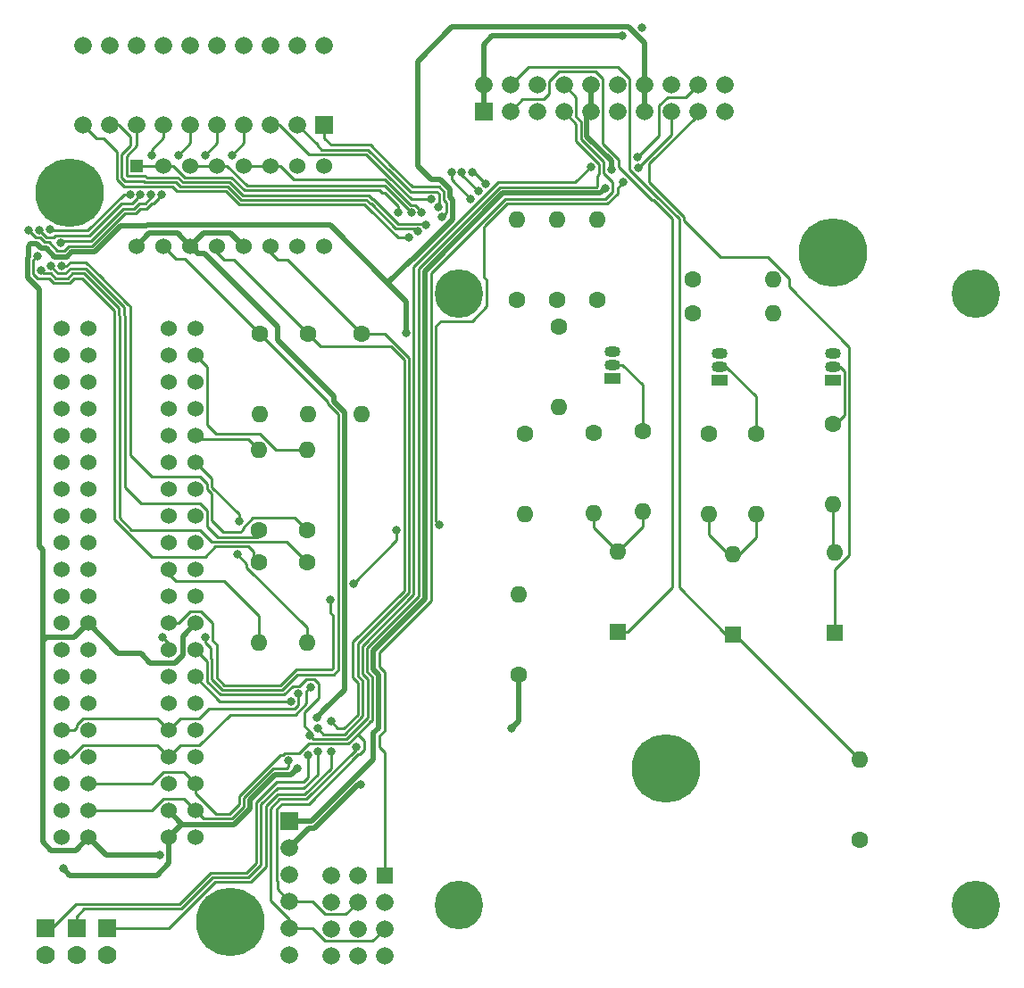
<source format=gtl>
G04 #@! TF.GenerationSoftware,KiCad,Pcbnew,(5.1.10-1-10_14)*
G04 #@! TF.CreationDate,2022-06-09T22:45:46-07:00*
G04 #@! TF.ProjectId,Control_Boards,436f6e74-726f-46c5-9f42-6f617264732e,rev?*
G04 #@! TF.SameCoordinates,Original*
G04 #@! TF.FileFunction,Copper,L1,Top*
G04 #@! TF.FilePolarity,Positive*
%FSLAX46Y46*%
G04 Gerber Fmt 4.6, Leading zero omitted, Abs format (unit mm)*
G04 Created by KiCad (PCBNEW (5.1.10-1-10_14)) date 2022-06-09 22:45:46*
%MOMM*%
%LPD*%
G01*
G04 APERTURE LIST*
G04 #@! TA.AperFunction,ComponentPad*
%ADD10R,1.670000X1.670000*%
G04 #@! TD*
G04 #@! TA.AperFunction,ComponentPad*
%ADD11C,1.670000*%
G04 #@! TD*
G04 #@! TA.AperFunction,ComponentPad*
%ADD12O,1.600000X1.600000*%
G04 #@! TD*
G04 #@! TA.AperFunction,ComponentPad*
%ADD13C,1.600000*%
G04 #@! TD*
G04 #@! TA.AperFunction,WasherPad*
%ADD14C,6.500000*%
G04 #@! TD*
G04 #@! TA.AperFunction,WasherPad*
%ADD15C,4.600000*%
G04 #@! TD*
G04 #@! TA.AperFunction,ComponentPad*
%ADD16C,1.524000*%
G04 #@! TD*
G04 #@! TA.AperFunction,ComponentPad*
%ADD17R,1.600000X1.600000*%
G04 #@! TD*
G04 #@! TA.AperFunction,ComponentPad*
%ADD18R,1.300000X1.300000*%
G04 #@! TD*
G04 #@! TA.AperFunction,ComponentPad*
%ADD19R,1.778000X1.778000*%
G04 #@! TD*
G04 #@! TA.AperFunction,ComponentPad*
%ADD20C,1.778000*%
G04 #@! TD*
G04 #@! TA.AperFunction,ComponentPad*
%ADD21R,1.524000X1.524000*%
G04 #@! TD*
G04 #@! TA.AperFunction,ComponentPad*
%ADD22R,1.500000X1.050000*%
G04 #@! TD*
G04 #@! TA.AperFunction,ComponentPad*
%ADD23O,1.500000X1.050000*%
G04 #@! TD*
G04 #@! TA.AperFunction,ViaPad*
%ADD24C,0.800000*%
G04 #@! TD*
G04 #@! TA.AperFunction,Conductor*
%ADD25C,0.500000*%
G04 #@! TD*
G04 #@! TA.AperFunction,Conductor*
%ADD26C,0.250000*%
G04 #@! TD*
G04 APERTURE END LIST*
D10*
X104140000Y-56388000D03*
D11*
X104140000Y-53848000D03*
X106680000Y-56388000D03*
X106680000Y-53848000D03*
X109220000Y-56388000D03*
X109220000Y-53848000D03*
X111760000Y-56388000D03*
X111760000Y-53848000D03*
X114300000Y-56388000D03*
X114300000Y-53848000D03*
X116840000Y-56388000D03*
X116840000Y-53848000D03*
X119380000Y-56388000D03*
X119380000Y-53848000D03*
X121920000Y-56388000D03*
X121920000Y-53848000D03*
X124460000Y-56388000D03*
X124460000Y-53848000D03*
X127000000Y-56388000D03*
X127000000Y-53848000D03*
D12*
X82804000Y-88455500D03*
D13*
X82804000Y-96075500D03*
D12*
X87376000Y-106743500D03*
D13*
X87376000Y-99123500D03*
D12*
X87376000Y-88455500D03*
D13*
X87376000Y-96075500D03*
D12*
X82804000Y-106743500D03*
D13*
X82804000Y-99123500D03*
D12*
X131572000Y-72326500D03*
D13*
X123952000Y-72326500D03*
D12*
X131572000Y-75501500D03*
D13*
X123952000Y-75501500D03*
D12*
X111252000Y-84391500D03*
D13*
X111252000Y-76771500D03*
D11*
X85725000Y-136398000D03*
X85725000Y-133858000D03*
X85725000Y-131318000D03*
X85725000Y-128778000D03*
X85725000Y-126238000D03*
D10*
X85725000Y-123698000D03*
D14*
X64897000Y-64071500D03*
X137287000Y-69786500D03*
X121412000Y-118681500D03*
X80137000Y-133286500D03*
D11*
X66167000Y-50158000D03*
X68707000Y-50158000D03*
X71247000Y-50158000D03*
X73787000Y-50158000D03*
X76327000Y-50158000D03*
X78867000Y-50158000D03*
X81407000Y-50158000D03*
X83947000Y-50158000D03*
X86487000Y-50158000D03*
X89027000Y-50158000D03*
X66167000Y-57658000D03*
X68707000Y-57658000D03*
X71247000Y-57658000D03*
X73787000Y-57658000D03*
X76327000Y-57658000D03*
X78867000Y-57658000D03*
X81407000Y-57658000D03*
X83947000Y-57658000D03*
X86487000Y-57658000D03*
D10*
X89027000Y-57658000D03*
D15*
X150805000Y-73628000D03*
X101805000Y-73628000D03*
X101805000Y-131628000D03*
X150805000Y-131628000D03*
D16*
X76835000Y-125247400D03*
X74295000Y-125247400D03*
X76835000Y-122707400D03*
X74295000Y-122707400D03*
X76835000Y-120167400D03*
X74295000Y-120167400D03*
X76835000Y-117627400D03*
X74295000Y-117627400D03*
X76835000Y-115087400D03*
X74295000Y-115087400D03*
X76835000Y-112547400D03*
X74295000Y-112547400D03*
X76835000Y-110007400D03*
X74295000Y-110007400D03*
X76835000Y-107467400D03*
X74295000Y-107467400D03*
X76835000Y-104927400D03*
X74295000Y-104927400D03*
X76835000Y-102387400D03*
X74295000Y-102387400D03*
X76835000Y-99847400D03*
X74295000Y-99847400D03*
X76835000Y-97307400D03*
X74295000Y-97307400D03*
X76835000Y-94767400D03*
X74295000Y-94767400D03*
X76835000Y-92227400D03*
X74295000Y-92227400D03*
X76835000Y-89687400D03*
X74295000Y-89687400D03*
X76835000Y-87147400D03*
X74295000Y-87147400D03*
X76835000Y-84607400D03*
X74295000Y-84607400D03*
X76835000Y-82067400D03*
X74295000Y-82067400D03*
X76835000Y-79527400D03*
X74295000Y-79527400D03*
X76835000Y-76987400D03*
X74295000Y-76987400D03*
X66675000Y-125247400D03*
X64135000Y-125247400D03*
X66675000Y-122707400D03*
X64135000Y-122707400D03*
X66675000Y-120167400D03*
X64135000Y-120167400D03*
X66675000Y-117627400D03*
X64135000Y-117627400D03*
X66675000Y-115087400D03*
X64135000Y-115087400D03*
X66675000Y-112547400D03*
X64135000Y-112547400D03*
X66675000Y-110007400D03*
X64135000Y-110007400D03*
X66675000Y-107467400D03*
X64135000Y-107467400D03*
X66675000Y-104927400D03*
X64135000Y-104927400D03*
X66675000Y-102387400D03*
X64135000Y-102387400D03*
X66675000Y-99847400D03*
X64135000Y-99847400D03*
X66675000Y-97307400D03*
X64135000Y-97307400D03*
X66675000Y-94767400D03*
X64135000Y-94767400D03*
X66675000Y-92227400D03*
X64135000Y-92227400D03*
X66675000Y-89687400D03*
X64135000Y-89687400D03*
X66675000Y-87147400D03*
X64135000Y-87147400D03*
X66675000Y-84607400D03*
X64135000Y-84607400D03*
X66675000Y-82067400D03*
X64135000Y-82067400D03*
X66675000Y-79527400D03*
X64135000Y-79527400D03*
X66675000Y-76987400D03*
X64135000Y-76987400D03*
D12*
X137414000Y-98193826D03*
D17*
X137414000Y-105813826D03*
D12*
X116864499Y-98112817D03*
D17*
X116864499Y-105732817D03*
D12*
X127762000Y-98361500D03*
D17*
X127762000Y-105981500D03*
D16*
X89027000Y-69151500D03*
X89027000Y-61531500D03*
X86487000Y-69151500D03*
X86487000Y-61531500D03*
X83947000Y-69151500D03*
X83947000Y-61531500D03*
X81407000Y-69151500D03*
X81407000Y-61531500D03*
X78867000Y-69151500D03*
X78867000Y-61531500D03*
X76327000Y-69151500D03*
X76327000Y-61531500D03*
X73787000Y-69151500D03*
X73787000Y-61531500D03*
X71247000Y-69151500D03*
D18*
X71247000Y-61531500D03*
D19*
X62611000Y-133858000D03*
D20*
X62611000Y-136398000D03*
D19*
X65534999Y-133875401D03*
D20*
X65534999Y-136415401D03*
D19*
X68453000Y-133858000D03*
D20*
X68453000Y-136398000D03*
D11*
X89662000Y-136461500D03*
X92202000Y-136461500D03*
X94742000Y-136461500D03*
X89662000Y-133921500D03*
X92202000Y-133921500D03*
X94742000Y-133921500D03*
X89662000Y-131381500D03*
X92202000Y-131381500D03*
X94742000Y-131381500D03*
X89662000Y-128841500D03*
D21*
X94742000Y-128841500D03*
D11*
X92202000Y-128841500D03*
D22*
X137287000Y-81851500D03*
D23*
X137287000Y-79311500D03*
X137287000Y-80581500D03*
D22*
X116331099Y-81679017D03*
D23*
X116331099Y-79139017D03*
X116331099Y-80409017D03*
D22*
X126539084Y-81851500D03*
D23*
X126539084Y-79311500D03*
X126539084Y-80581500D03*
D12*
X108077000Y-94551500D03*
D13*
X108077000Y-86931500D03*
D12*
X139827000Y-117856000D03*
D13*
X139827000Y-125476000D03*
D12*
X82931000Y-85090000D03*
D13*
X82931000Y-77470000D03*
D12*
X87503000Y-85090000D03*
D13*
X87503000Y-77470000D03*
D12*
X92583000Y-85090000D03*
D13*
X92583000Y-77470000D03*
D12*
X137312400Y-93672626D03*
D13*
X137312400Y-86052626D03*
D12*
X119226699Y-94353617D03*
D13*
X119226699Y-86733617D03*
D12*
X129968084Y-94591750D03*
D13*
X129968084Y-86971750D03*
D12*
X107315000Y-66611500D03*
D13*
X107315000Y-74231500D03*
D12*
X111125000Y-66611500D03*
D13*
X111125000Y-74231500D03*
D12*
X114935000Y-66611500D03*
D13*
X114935000Y-74231500D03*
D12*
X114578499Y-94506017D03*
D13*
X114578499Y-86886017D03*
D12*
X125472284Y-94617150D03*
D13*
X125472284Y-86997150D03*
D12*
X107442000Y-102171500D03*
D13*
X107442000Y-109791500D03*
D24*
X64262000Y-128206500D03*
X92485541Y-120235041D03*
X86487000Y-118681500D03*
X106807000Y-114871500D03*
X88336686Y-113868933D03*
X73445000Y-126936500D03*
X96801980Y-77406499D03*
X98282003Y-65976500D03*
X103092006Y-62166500D03*
X104354672Y-63235740D03*
X97282000Y-65976500D03*
X117286709Y-49237000D03*
X119123791Y-48452709D03*
X102092003Y-62166500D03*
X103647564Y-63942849D03*
X96012000Y-65976500D03*
X101092000Y-62166500D03*
X102940456Y-64649956D03*
X88392000Y-114871500D03*
X88422897Y-117082400D03*
X89662000Y-117082400D03*
X89662000Y-114236500D03*
X73660000Y-106235500D03*
X77724000Y-106235500D03*
X86559108Y-111606500D03*
X92076143Y-116650643D03*
X85637000Y-117974392D03*
X87757000Y-110971500D03*
X87501554Y-117471155D03*
X87684885Y-115578615D03*
X114323953Y-61628259D03*
X118725001Y-60716185D03*
X85852000Y-112331500D03*
X115666799Y-63678820D03*
X116257223Y-61861285D03*
X98685916Y-67135149D03*
X97917000Y-67774502D03*
X97101098Y-68352713D03*
X99894108Y-65413608D03*
X100222975Y-66377475D03*
X99187000Y-64706500D03*
X99904999Y-95567500D03*
X95901961Y-96075500D03*
X91782000Y-101155500D03*
X89631990Y-102679500D03*
X117402194Y-63119000D03*
X118808500Y-61712694D03*
X80772000Y-98375511D03*
X80950846Y-95238346D03*
X80264000Y-60515500D03*
X73624643Y-64256171D03*
X61002000Y-67627500D03*
X61810000Y-70122363D03*
X77724000Y-60515500D03*
X72611989Y-64243520D03*
X64058534Y-68860500D03*
X64117809Y-71024490D03*
X75184000Y-60515500D03*
X71611988Y-64243519D03*
X62014654Y-67614849D03*
X62180063Y-71484237D03*
X72644000Y-60515500D03*
X70611985Y-64243519D03*
X63033738Y-67608627D03*
X63117806Y-71024490D03*
D25*
X85725000Y-126238000D02*
X85725000Y-126235082D01*
X75507001Y-124035399D02*
X74295000Y-125247400D01*
X80498101Y-124035399D02*
X75507001Y-124035399D01*
X75507001Y-123919401D02*
X74295000Y-122707400D01*
X75507001Y-124035399D02*
X75507001Y-123919401D01*
X64262000Y-128206500D02*
X64897000Y-128841500D01*
X64897000Y-128841500D02*
X73152000Y-128841500D01*
X74295000Y-127698500D02*
X74295000Y-125247400D01*
X73152000Y-128841500D02*
X74295000Y-127698500D01*
X88110453Y-124398010D02*
X89027000Y-123481462D01*
X87564990Y-124398010D02*
X88110453Y-124398010D01*
X85725000Y-126238000D02*
X87564990Y-124398010D01*
X92273421Y-120235041D02*
X92485541Y-120235041D01*
X89027000Y-123481462D02*
X92273421Y-120235041D01*
X86487000Y-118681500D02*
X85852000Y-119316500D01*
X84399584Y-119316500D02*
X82021965Y-121694119D01*
X85852000Y-119316500D02*
X84399584Y-119316500D01*
X82021965Y-122511535D02*
X80498101Y-124035399D01*
X82021965Y-121694119D02*
X82021965Y-122511535D01*
X107442000Y-114236500D02*
X107442000Y-109791500D01*
X106807000Y-114871500D02*
X107442000Y-114236500D01*
X71520899Y-69425399D02*
X71247000Y-69151500D01*
X75114999Y-67939499D02*
X76327000Y-69151500D01*
X72459001Y-67939499D02*
X75114999Y-67939499D01*
X71247000Y-69151500D02*
X72459001Y-67939499D01*
X80137000Y-67881500D02*
X81407000Y-69151500D01*
X77597000Y-67881500D02*
X80137000Y-67881500D01*
X76327000Y-69151500D02*
X77597000Y-67881500D01*
X89057011Y-113148608D02*
X88336686Y-113868933D01*
X90932000Y-111273619D02*
X89057011Y-113148608D01*
X89916000Y-83883500D02*
X90932000Y-84899500D01*
X89916000Y-83375500D02*
X89916000Y-83883500D01*
X90932000Y-84899500D02*
X90932000Y-111273619D01*
X84582000Y-78041500D02*
X89916000Y-83375500D01*
X76962000Y-69786500D02*
X76962000Y-69851510D01*
X76962000Y-69851510D02*
X77662010Y-69851510D01*
X76327000Y-69151500D02*
X76962000Y-69786500D01*
X77662010Y-69851510D02*
X84582000Y-76771500D01*
X84582000Y-76771500D02*
X84582000Y-78041500D01*
D26*
X125472284Y-96547550D02*
X127351884Y-98427150D01*
X125472284Y-94617150D02*
X125472284Y-96547550D01*
X128397000Y-98361500D02*
X127762000Y-98361500D01*
X129968084Y-96790416D02*
X128397000Y-98361500D01*
X129968084Y-94591750D02*
X129968084Y-96790416D01*
D25*
X68364100Y-126936500D02*
X66675000Y-125247400D01*
X73445000Y-126936500D02*
X68364100Y-126936500D01*
X65462999Y-126459401D02*
X63149901Y-126459401D01*
X66675000Y-125247400D02*
X65462999Y-126459401D01*
X63149901Y-126459401D02*
X62357000Y-125666500D01*
X62357000Y-125666500D02*
X62357000Y-107451638D01*
X96801980Y-74386480D02*
X96801980Y-77406499D01*
X95059500Y-72644000D02*
X96801980Y-74386480D01*
X65347001Y-106255399D02*
X62718101Y-106255399D01*
X66675000Y-104927400D02*
X65347001Y-106255399D01*
X62718101Y-106255399D02*
X62357000Y-106616500D01*
X62357000Y-107451638D02*
X62357000Y-106616500D01*
X66675000Y-104927400D02*
X69507100Y-107759500D01*
X75622999Y-107933163D02*
X75622999Y-106139401D01*
X75622999Y-106139401D02*
X76835000Y-104927400D01*
X74876761Y-108679401D02*
X75622999Y-107933163D01*
X72547901Y-108679401D02*
X74876761Y-108679401D01*
X71628000Y-107759500D02*
X72547901Y-108679401D01*
X69507100Y-107759500D02*
X71628000Y-107759500D01*
X61739360Y-68914860D02*
X61196640Y-68914860D01*
X62183147Y-69358647D02*
X61739360Y-68914860D01*
X89596990Y-67181490D02*
X72227047Y-67181490D01*
X65078712Y-69726510D02*
X64637722Y-70167500D01*
X63479346Y-70167500D02*
X62670493Y-69358647D01*
X62670493Y-69358647D02*
X62183147Y-69358647D01*
X64637722Y-70167500D02*
X63479346Y-70167500D01*
X67255408Y-69726510D02*
X65078712Y-69726510D01*
X69735418Y-67246500D02*
X67255408Y-69726510D01*
X61196640Y-68914860D02*
X60960000Y-69151500D01*
X72227047Y-67181490D02*
X72162037Y-67246500D01*
X72162037Y-67246500D02*
X69735418Y-67246500D01*
X95059500Y-72644000D02*
X89596990Y-67181490D01*
X60880052Y-70239125D02*
X60880052Y-72119552D01*
X60960000Y-70159177D02*
X60880052Y-70239125D01*
X60960000Y-69151500D02*
X60960000Y-70159177D01*
X60880052Y-72119552D02*
X61976000Y-73215500D01*
X62357000Y-97980500D02*
X62357000Y-106616500D01*
X61976000Y-97599500D02*
X62357000Y-97980500D01*
X61976000Y-73215500D02*
X61976000Y-97599500D01*
D26*
X114578499Y-95826817D02*
X116864499Y-98112817D01*
X114578499Y-94506017D02*
X114578499Y-95826817D01*
X119226699Y-95750617D02*
X116864499Y-98112817D01*
X119226699Y-94353617D02*
X119226699Y-95750617D01*
X81407000Y-61531500D02*
X83947000Y-61531500D01*
X84878238Y-61531500D02*
X86148238Y-62801500D01*
X83947000Y-61531500D02*
X84878238Y-61531500D01*
X86148238Y-62801500D02*
X94742000Y-62801500D01*
X94926990Y-62986490D02*
X94928401Y-62986491D01*
X94742000Y-62801500D02*
X94926990Y-62986490D01*
X98007001Y-65701498D02*
X98282003Y-65976500D01*
X98007001Y-65628499D02*
X98007001Y-65701498D01*
X97630001Y-65251499D02*
X98007001Y-65628499D01*
X97193409Y-65251499D02*
X97630001Y-65251499D01*
X94928401Y-62986491D02*
X97193409Y-65251499D01*
X103285432Y-62166500D02*
X104354672Y-63235740D01*
X103092006Y-62166500D02*
X103285432Y-62166500D01*
X76327000Y-61531500D02*
X78867000Y-61531500D01*
X79798238Y-61531500D02*
X81703238Y-63436500D01*
X78867000Y-61531500D02*
X79798238Y-61531500D01*
X81703238Y-63436500D02*
X94742000Y-63436500D01*
X94742000Y-63436500D02*
X97282000Y-65976500D01*
X103632000Y-56515000D02*
X103505000Y-56388000D01*
D25*
X104140000Y-56388000D02*
X104140000Y-53848000D01*
X104140000Y-53848000D02*
X104140000Y-50039510D01*
X104942510Y-49237000D02*
X117286709Y-49237000D01*
X104140000Y-50039510D02*
X104942510Y-49237000D01*
X119380000Y-49911000D02*
X119380000Y-53848000D01*
X117856000Y-48387000D02*
X119380000Y-49911000D01*
X99187000Y-62801500D02*
X97917000Y-61531500D01*
X101194119Y-64808619D02*
X100937021Y-64551521D01*
X100001596Y-62801500D02*
X99187000Y-62801500D01*
X101155500Y-48387000D02*
X117856000Y-48387000D01*
X97917000Y-51625500D02*
X101155500Y-48387000D01*
X97381032Y-70421500D02*
X101194119Y-66608413D01*
X100937021Y-63736925D02*
X100001596Y-62801500D01*
X100937021Y-64551521D02*
X100937021Y-63736925D01*
X97917000Y-61531500D02*
X97917000Y-51625500D01*
X95059500Y-72644000D02*
X97282000Y-70421500D01*
X101194119Y-66608413D02*
X101194119Y-64808619D01*
X97282000Y-70421500D02*
X97381032Y-70421500D01*
X119380000Y-53848000D02*
X119380000Y-56388000D01*
D26*
X102092003Y-62387288D02*
X103647564Y-63942849D01*
X102092003Y-62166500D02*
X102092003Y-62387288D01*
X71247000Y-61531500D02*
X73787000Y-61531500D01*
X73787000Y-61531500D02*
X74718238Y-61531500D01*
X96012000Y-65342910D02*
X96012000Y-65976500D01*
X94740590Y-64071500D02*
X96012000Y-65342910D01*
X101092000Y-62166500D02*
X101092000Y-61973193D01*
X101092000Y-62801500D02*
X102940456Y-64649956D01*
X101092000Y-62166500D02*
X101092000Y-62801500D01*
X94488000Y-64071500D02*
X94303010Y-63886510D01*
X94740590Y-64071500D02*
X94488000Y-64071500D01*
X94303010Y-63886510D02*
X81516837Y-63886509D01*
X75805239Y-62618501D02*
X74718238Y-61531500D01*
X80248829Y-62618501D02*
X75805239Y-62618501D01*
X81516837Y-63886509D02*
X80248829Y-62618501D01*
X129968084Y-83420498D02*
X129968084Y-86971750D01*
X127129086Y-80581500D02*
X129968084Y-83420498D01*
X126539084Y-80581500D02*
X127129086Y-80581500D01*
X119226699Y-82304617D02*
X119226699Y-86733617D01*
X117331099Y-80409017D02*
X119226699Y-82304617D01*
X116331099Y-80409017D02*
X117331099Y-80409017D01*
X137287000Y-80581500D02*
X137922000Y-80581500D01*
X137530874Y-86052626D02*
X137312400Y-86052626D01*
X138362001Y-85221499D02*
X137530874Y-86052626D01*
X138362001Y-81066499D02*
X138362001Y-85221499D01*
X137922000Y-80626498D02*
X138362001Y-81066499D01*
X137922000Y-80581500D02*
X137922000Y-80626498D01*
X137312400Y-98092226D02*
X137414000Y-98193826D01*
X137312400Y-93672626D02*
X137312400Y-98092226D01*
X97076971Y-79741471D02*
X94805500Y-77470000D01*
X97076971Y-101382337D02*
X97076971Y-79741471D01*
X94805500Y-77470000D02*
X92583000Y-77470000D01*
X92583000Y-77470000D02*
X85534500Y-70421500D01*
X85534500Y-70421500D02*
X84582000Y-70421500D01*
X83947000Y-69786500D02*
X83947000Y-69151500D01*
X84582000Y-70421500D02*
X83947000Y-69786500D01*
X97076971Y-101382337D02*
X97076971Y-102017337D01*
X92201960Y-109910654D02*
X92691960Y-110400654D01*
X92201961Y-106892349D02*
X92201960Y-109910654D01*
X97076971Y-102017337D02*
X92201961Y-106892349D01*
X92691960Y-110400654D02*
X92691960Y-113736700D01*
X92691960Y-113736700D02*
X90971280Y-115457380D01*
X88977880Y-115457380D02*
X88392000Y-114871500D01*
X90971280Y-115457380D02*
X88977880Y-115457380D01*
X65534999Y-132736401D02*
X65534999Y-133875401D01*
X75479588Y-132016500D02*
X66254900Y-132016500D01*
X66254900Y-132016500D02*
X65534999Y-132736401D01*
X81855600Y-129026490D02*
X78469598Y-129026490D01*
X83046982Y-122118698D02*
X83046981Y-127835109D01*
X83046981Y-127835109D02*
X81855600Y-129026490D01*
X84579180Y-120586500D02*
X83046982Y-122118698D01*
X87117770Y-120586500D02*
X84579180Y-120586500D01*
X78469598Y-129026490D02*
X75479588Y-132016500D01*
X88422897Y-119281373D02*
X87117770Y-120586500D01*
X88422897Y-117082400D02*
X88422897Y-119281373D01*
X87503000Y-77470000D02*
X80454500Y-70421500D01*
X80454500Y-70421500D02*
X79502000Y-70421500D01*
X79502000Y-70421500D02*
X78867000Y-69786500D01*
X78867000Y-69786500D02*
X78867000Y-69151500D01*
X89662000Y-118678680D02*
X89662000Y-117082400D01*
X87173289Y-121167391D02*
X89662000Y-118678680D01*
X84634699Y-121167391D02*
X87173289Y-121167391D01*
X83496991Y-122305099D02*
X84634699Y-121167391D01*
X83496990Y-128021510D02*
X83496991Y-122305099D01*
X82042000Y-129476500D02*
X83496990Y-128021510D01*
X74274498Y-133858000D02*
X78655998Y-129476500D01*
X78655998Y-129476500D02*
X82042000Y-129476500D01*
X68453000Y-133858000D02*
X74274498Y-133858000D01*
X88709500Y-78676500D02*
X87503000Y-77470000D01*
X96626961Y-101830939D02*
X96626961Y-79927871D01*
X91751951Y-110097053D02*
X91751952Y-106705948D01*
X96626961Y-79927871D02*
X95375590Y-78676500D01*
X92202000Y-110547104D02*
X91751951Y-110097053D01*
X95375590Y-78676500D02*
X88709500Y-78676500D01*
X91751952Y-106705948D02*
X96626961Y-101830939D01*
X92202000Y-113590250D02*
X92202000Y-110547104D01*
X90297000Y-114871500D02*
X90920750Y-114871500D01*
X90920750Y-114871500D02*
X92202000Y-113590250D01*
X89662000Y-114236500D02*
X90297000Y-114871500D01*
X74979739Y-70344239D02*
X73787000Y-69151500D01*
X75805239Y-70344239D02*
X74979739Y-70344239D01*
X82931000Y-77470000D02*
X75805239Y-70344239D01*
X89340990Y-83879990D02*
X82931000Y-77470000D01*
X89340990Y-84121676D02*
X89340990Y-83879990D01*
X90356990Y-109350510D02*
X90356990Y-85137676D01*
X86485590Y-109791500D02*
X89916000Y-109791500D01*
X90356990Y-85137676D02*
X89340990Y-84121676D01*
X85030600Y-111246490D02*
X86485590Y-109791500D01*
X79346910Y-111246490D02*
X85030600Y-111246490D01*
X78372011Y-108368001D02*
X78372011Y-110271591D01*
X78232000Y-108227990D02*
X78372011Y-108368001D01*
X89916000Y-109791500D02*
X90356990Y-109350510D01*
X78372011Y-110271591D02*
X79346910Y-111246490D01*
X74295000Y-106870500D02*
X73660000Y-106235500D01*
X74295000Y-107467400D02*
X74295000Y-106870500D01*
X78232000Y-107309185D02*
X78232000Y-108227990D01*
X77724000Y-106801185D02*
X78232000Y-107309185D01*
X77724000Y-106235500D02*
X77724000Y-106801185D01*
X65587999Y-114565639D02*
X66153239Y-114000399D01*
X65587999Y-114815501D02*
X65587999Y-114565639D01*
X65316100Y-115087400D02*
X65587999Y-114815501D01*
X73207999Y-114000399D02*
X74295000Y-115087400D01*
X66153239Y-114000399D02*
X73207999Y-114000399D01*
X64135000Y-115087400D02*
X65316100Y-115087400D01*
X122682000Y-101536500D02*
X127127000Y-105981500D01*
X127127000Y-105981500D02*
X127762000Y-105981500D01*
X127952500Y-105981500D02*
X139827000Y-117856000D01*
X127762000Y-105981500D02*
X127952500Y-105981500D01*
X86577001Y-112679501D02*
X86200001Y-113056501D01*
X86577001Y-111983499D02*
X86577001Y-112679501D01*
X86559108Y-111965606D02*
X86577001Y-111983499D01*
X86559108Y-111606500D02*
X86559108Y-111965606D01*
X77198101Y-114000399D02*
X75382001Y-114000399D01*
X75382001Y-114000399D02*
X74295000Y-115087400D01*
X78141999Y-113056501D02*
X77198101Y-114000399D01*
X86200001Y-113056501D02*
X78141999Y-113056501D01*
X122682000Y-66546590D02*
X120460910Y-64325500D01*
X122682000Y-101536500D02*
X122682000Y-66546590D01*
X108400010Y-52127990D02*
X106680000Y-53848000D01*
X116836792Y-52127990D02*
X108400010Y-52127990D01*
X118000001Y-53291199D02*
X116836792Y-52127990D01*
X118000001Y-61929501D02*
X118000001Y-53291199D01*
X120396000Y-64325500D02*
X118000001Y-61929501D01*
X120460910Y-64325500D02*
X120396000Y-64325500D01*
X93581999Y-135081501D02*
X94742000Y-133921500D01*
X87881698Y-133858000D02*
X89105199Y-135081501D01*
X89105199Y-135081501D02*
X93581999Y-135081501D01*
X85725000Y-133858000D02*
X87881698Y-133858000D01*
X75747999Y-121620399D02*
X76835000Y-122707400D01*
X73773239Y-121620399D02*
X75747999Y-121620399D01*
X72686238Y-122707400D02*
X73773239Y-121620399D01*
X66675000Y-122707400D02*
X72686238Y-122707400D01*
X84821099Y-121617401D02*
X87359689Y-121617401D01*
X83947000Y-131256802D02*
X83947000Y-122491500D01*
X92076143Y-116900947D02*
X92076143Y-116650643D01*
X87359689Y-121617401D02*
X92076143Y-116900947D01*
X83947000Y-122491500D02*
X84821099Y-121617401D01*
X85725000Y-133034802D02*
X83947000Y-131256802D01*
X85725000Y-133858000D02*
X85725000Y-133034802D01*
X77587989Y-123460389D02*
X76835000Y-122707400D01*
X81407000Y-121495898D02*
X81407000Y-122313314D01*
X84161408Y-118741490D02*
X81407000Y-121495898D01*
X84221398Y-118741490D02*
X84161408Y-118741490D01*
X80259925Y-123460389D02*
X77587989Y-123460389D01*
X85637000Y-117974392D02*
X85637000Y-118540077D01*
X84221398Y-118681500D02*
X84221398Y-118741490D01*
X85495577Y-118681500D02*
X84221398Y-118681500D01*
X81407000Y-122313314D02*
X80259925Y-123460389D01*
X85637000Y-118540077D02*
X85495577Y-118681500D01*
X112920001Y-55008001D02*
X111760000Y-53848000D01*
X112920001Y-56911591D02*
X112920001Y-55008001D01*
X113370011Y-59012601D02*
X113370010Y-57361600D01*
X115532222Y-62209286D02*
X115532222Y-61174812D01*
X116391800Y-63068864D02*
X115532222Y-62209286D01*
X116391800Y-64026821D02*
X116391800Y-63068864D01*
X115712121Y-64706500D02*
X116391800Y-64026821D01*
X115532222Y-61174812D02*
X113370011Y-59012601D01*
X99179999Y-102813501D02*
X99179999Y-71698501D01*
X99179999Y-71698501D02*
X106172000Y-64706500D01*
X94251999Y-109061501D02*
X94251999Y-107741501D01*
X94742000Y-109551502D02*
X94251999Y-109061501D01*
X94251999Y-115601499D02*
X94742000Y-115111498D01*
X113370010Y-57361600D02*
X112920001Y-56911591D01*
X94251999Y-107741501D02*
X99179999Y-102813501D01*
X94742000Y-117171502D02*
X94251999Y-116681501D01*
X94742000Y-128841500D02*
X94742000Y-117171502D01*
X106172000Y-64706500D02*
X115712121Y-64706500D01*
X94742000Y-115111498D02*
X94742000Y-109551502D01*
X94251999Y-116681501D02*
X94251999Y-115601499D01*
X89105199Y-132541501D02*
X91041999Y-132541501D01*
X91041999Y-132541501D02*
X92202000Y-131381500D01*
X87881698Y-131318000D02*
X89105199Y-132541501D01*
X85725000Y-131318000D02*
X87881698Y-131318000D01*
X73773239Y-119080399D02*
X75747999Y-119080399D01*
X72686238Y-120167400D02*
X73773239Y-119080399D01*
X75747999Y-119080399D02*
X76835000Y-120167400D01*
X66675000Y-120167400D02*
X72686238Y-120167400D01*
X92801144Y-116105644D02*
X92198490Y-115502990D01*
X92837000Y-116962788D02*
X92837000Y-116141500D01*
X92424144Y-117375644D02*
X92837000Y-116962788D01*
X84564999Y-122509911D02*
X85007499Y-122067411D01*
X85007499Y-122067411D02*
X87546089Y-122067411D01*
X84582000Y-129351802D02*
X84564999Y-129334801D01*
X92837000Y-116141500D02*
X92801144Y-116105644D01*
X87546089Y-122067411D02*
X92237856Y-117375644D01*
X84564999Y-129334801D02*
X84564999Y-122509911D01*
X92237856Y-117375644D02*
X92424144Y-117375644D01*
X84582000Y-130175000D02*
X84582000Y-129351802D01*
X85725000Y-131318000D02*
X84582000Y-130175000D01*
X76835000Y-121094500D02*
X76835000Y-120167400D01*
X85126890Y-117411500D02*
X84854988Y-117411500D01*
X78750879Y-123010379D02*
X76835000Y-121094500D01*
X80073525Y-123010379D02*
X78750879Y-123010379D01*
X80956991Y-122126913D02*
X80073525Y-123010379D01*
X92198490Y-115502990D02*
X91344080Y-116357400D01*
X84854988Y-117411500D02*
X80956991Y-121309497D01*
X85288999Y-117249391D02*
X85126890Y-117411500D01*
X86650316Y-117249391D02*
X85288999Y-117249391D01*
X80956991Y-121309497D02*
X80956991Y-122126913D01*
X87542307Y-116357400D02*
X86650316Y-117249391D01*
X91344080Y-116357400D02*
X87542307Y-116357400D01*
X112920001Y-59199001D02*
X112920001Y-57548001D01*
X115082212Y-61361212D02*
X112920001Y-59199001D01*
X115082212Y-62336788D02*
X115082212Y-61361212D01*
X114941798Y-62477202D02*
X115082212Y-62336788D01*
X114941798Y-63493202D02*
X114941798Y-62477202D01*
X92198490Y-115502990D02*
X93464980Y-114236500D01*
X105695646Y-63556482D02*
X114878518Y-63556482D01*
X97976990Y-71275138D02*
X105695646Y-63556482D01*
X112920001Y-57548001D02*
X111760000Y-56388000D01*
X97976990Y-102390138D02*
X97976990Y-71275138D01*
X93101979Y-109537853D02*
X93101979Y-107265149D01*
X93591980Y-114116520D02*
X93591980Y-110027854D01*
X93472000Y-114236500D02*
X93591980Y-114116520D01*
X93101979Y-107265149D02*
X97976990Y-102390138D01*
X93591980Y-110027854D02*
X93101979Y-109537853D01*
X114878518Y-63556482D02*
X114941798Y-63493202D01*
X93464980Y-114236500D02*
X93472000Y-114236500D01*
X66153239Y-116540399D02*
X73207999Y-116540399D01*
X73207999Y-116540399D02*
X74295000Y-117627400D01*
X65066238Y-117627400D02*
X66153239Y-116540399D01*
X64135000Y-117627400D02*
X65066238Y-117627400D01*
X87357001Y-111371499D02*
X87357001Y-112535911D01*
X87357001Y-112535911D02*
X86291412Y-113601500D01*
X87757000Y-110971500D02*
X87357001Y-111371499D01*
X75382001Y-116540399D02*
X74295000Y-117627400D01*
X77198101Y-116540399D02*
X75382001Y-116540399D01*
X80137000Y-113601500D02*
X77198101Y-116540399D01*
X86291412Y-113601500D02*
X80137000Y-113601500D01*
X107840001Y-55227999D02*
X106680000Y-56388000D01*
X110380001Y-53511197D02*
X110380001Y-54719999D01*
X116864499Y-105732817D02*
X117850683Y-105732817D01*
X116982224Y-61673724D02*
X116982224Y-60998442D01*
X115460001Y-53291199D02*
X114746802Y-52578000D01*
X115460001Y-59476219D02*
X115460001Y-53291199D01*
X109872001Y-55227999D02*
X107840001Y-55227999D01*
X110380001Y-54719999D02*
X109872001Y-55227999D01*
X111313198Y-52578000D02*
X110380001Y-53511197D01*
X122047000Y-101536500D02*
X122047000Y-66548000D01*
X114746802Y-52578000D02*
X111313198Y-52578000D01*
X117850683Y-105732817D02*
X122047000Y-101536500D01*
X116982224Y-60998442D02*
X115460001Y-59476219D01*
X120274510Y-64775510D02*
X120084010Y-64775510D01*
X120084010Y-64775510D02*
X116982224Y-61673724D01*
X122047000Y-66548000D02*
X120274510Y-64775510D01*
X87491980Y-117480729D02*
X87501554Y-117471155D01*
X97526980Y-101568738D02*
X97526981Y-71088737D01*
X97526981Y-71088737D02*
X105509246Y-63106472D01*
X87684885Y-115578615D02*
X87829115Y-115578615D01*
X82596972Y-127648708D02*
X82596973Y-121932297D01*
X82596973Y-121932297D02*
X84577770Y-119951500D01*
X81669200Y-128576480D02*
X82596972Y-127648708D01*
X75293188Y-131566490D02*
X78283198Y-128576480D01*
X87501554Y-119566306D02*
X87501554Y-117471155D01*
X65480908Y-131566490D02*
X75293188Y-131566490D01*
X78283198Y-128576480D02*
X81669200Y-128576480D01*
X87116360Y-119951500D02*
X87501554Y-119566306D01*
X84577770Y-119951500D02*
X87116360Y-119951500D01*
X63189398Y-133858000D02*
X65480908Y-131566490D01*
X62611000Y-133858000D02*
X63189398Y-133858000D01*
X91157680Y-115907390D02*
X88013660Y-115907390D01*
X93141970Y-113923100D02*
X91157680Y-115907390D01*
X92651969Y-109724253D02*
X93141970Y-110214254D01*
X88013660Y-115907390D02*
X87684885Y-115578615D01*
X92651970Y-107078748D02*
X92651969Y-109724253D01*
X97526980Y-102203738D02*
X92651970Y-107078748D01*
X93141970Y-110214254D02*
X93141970Y-113923100D01*
X97526980Y-101536500D02*
X97526980Y-102203738D01*
X87684885Y-115237387D02*
X87122000Y-114674502D01*
X87684885Y-115578615D02*
X87684885Y-115237387D01*
X88105001Y-110246499D02*
X87302001Y-110246499D01*
X88482001Y-110623499D02*
X88105001Y-110246499D01*
X88482001Y-112047321D02*
X88482001Y-110623499D01*
X87122000Y-113407322D02*
X88482001Y-112047321D01*
X87122000Y-114674502D02*
X87122000Y-113407322D01*
X86667001Y-110881499D02*
X86032001Y-110881499D01*
X87302001Y-110246499D02*
X86667001Y-110881499D01*
X86032001Y-110881499D02*
X85217000Y-111696500D01*
X77922001Y-108554401D02*
X76835000Y-107467400D01*
X77922001Y-110457991D02*
X77922001Y-108554401D01*
X79160510Y-111696500D02*
X77922001Y-110457991D01*
X85217000Y-111696500D02*
X79160510Y-111696500D01*
X120759999Y-55831199D02*
X121583197Y-55008001D01*
X120759999Y-58681187D02*
X120759999Y-55831199D01*
X123299999Y-55008001D02*
X124460000Y-53848000D01*
X121583197Y-55008001D02*
X123299999Y-55008001D01*
X118725001Y-60716185D02*
X120759999Y-58681187D01*
X112845740Y-63106472D02*
X114323953Y-61628259D01*
X105509246Y-63106472D02*
X112845740Y-63106472D01*
X79159100Y-112331500D02*
X76835000Y-110007400D01*
X85852000Y-112331500D02*
X79159100Y-112331500D01*
X137414000Y-99858828D02*
X138812011Y-98460817D01*
X138812011Y-98460817D02*
X138812011Y-78741011D01*
X137414000Y-105813826D02*
X137414000Y-99858828D01*
X138812011Y-78741011D02*
X133096000Y-73025000D01*
X133096000Y-72185498D02*
X131141502Y-70231000D01*
X133096000Y-73025000D02*
X133096000Y-72185498D01*
X123132010Y-66744010D02*
X123132009Y-66360189D01*
X126619000Y-70231000D02*
X123132010Y-66744010D01*
X131141502Y-70231000D02*
X126619000Y-70231000D01*
X119824500Y-63052680D02*
X119824500Y-61333104D01*
X123132009Y-66360189D02*
X119824500Y-63052680D01*
X124460000Y-56697604D02*
X124460000Y-56388000D01*
X119824500Y-61333104D02*
X124460000Y-56697604D01*
D25*
X105933824Y-64131490D02*
X115002010Y-64131490D01*
X85725000Y-123698000D02*
X87820500Y-123698000D01*
X98552000Y-71513314D02*
X105933824Y-64131490D01*
X93676989Y-107503325D02*
X98552000Y-102628314D01*
X98552000Y-102628314D02*
X98552000Y-71513314D01*
X93676989Y-109299677D02*
X93676989Y-107503325D01*
X94166990Y-114873322D02*
X94166990Y-109789678D01*
X93676989Y-117841511D02*
X93676989Y-115363323D01*
X87820500Y-123698000D02*
X93676989Y-117841511D01*
X93676989Y-115363323D02*
X94166990Y-114873322D01*
X94166990Y-109789678D02*
X93676989Y-109299677D01*
X114300000Y-53848000D02*
X114300000Y-56388000D01*
X115214129Y-64131490D02*
X115666799Y-63678820D01*
X115002010Y-64131490D02*
X115214129Y-64131490D01*
X113945019Y-58774423D02*
X113945019Y-56742981D01*
X116257223Y-61086627D02*
X113945019Y-58774423D01*
X113945019Y-56742981D02*
X114300000Y-56388000D01*
X116257223Y-61861285D02*
X116257223Y-61086627D01*
D26*
X71247000Y-57658000D02*
X71247000Y-59626500D01*
X71247000Y-59646498D02*
X70271999Y-60621499D01*
X71247000Y-59626500D02*
X71247000Y-59646498D01*
X93668998Y-64706500D02*
X96012000Y-67049502D01*
X98600269Y-67049502D02*
X98685916Y-67135149D01*
X96012000Y-67049502D02*
X98600269Y-67049502D01*
X93599000Y-64706500D02*
X93229019Y-64336519D01*
X93668998Y-64706500D02*
X93599000Y-64706500D01*
X93229019Y-64336519D02*
X81330436Y-64336518D01*
X80062429Y-63068511D02*
X75618838Y-63068510D01*
X81330436Y-64336518D02*
X80062429Y-63068511D01*
X75168829Y-62618501D02*
X72207001Y-62618501D01*
X72207001Y-62618501D02*
X72095001Y-62506501D01*
X75618838Y-63068510D02*
X75168829Y-62618501D01*
X70271999Y-62441501D02*
X70271999Y-60621499D01*
X70336999Y-62506501D02*
X70271999Y-62441501D01*
X72095001Y-62506501D02*
X70336999Y-62506501D01*
X69530198Y-57658000D02*
X68707000Y-57658000D01*
X70612000Y-58739802D02*
X69530198Y-57658000D01*
X70612000Y-59645088D02*
X70612000Y-58739802D01*
X69821989Y-60435099D02*
X70612000Y-59645088D01*
X93412599Y-65156509D02*
X93042618Y-64786528D01*
X81144035Y-64786527D02*
X79876028Y-63518520D01*
X93042618Y-64786528D02*
X81144035Y-64786527D01*
X93482598Y-65156510D02*
X93412599Y-65156509D01*
X95825600Y-67499512D02*
X93482598Y-65156510D01*
X97642010Y-67499512D02*
X95825600Y-67499512D01*
X97917000Y-67774502D02*
X97642010Y-67499512D01*
X79876028Y-63518520D02*
X75432437Y-63518519D01*
X75432437Y-63518519D02*
X74982429Y-63068511D01*
X72020600Y-63068510D02*
X71908601Y-62956511D01*
X74982429Y-63068511D02*
X72020600Y-63068510D01*
X69821989Y-62627901D02*
X69821989Y-60435099D01*
X70150598Y-62956510D02*
X69821989Y-62627901D01*
X71908601Y-62956511D02*
X70150598Y-62956510D01*
X67440542Y-58931542D02*
X66167000Y-57658000D01*
X68072000Y-58931542D02*
X67440542Y-58931542D01*
X70076196Y-63518518D02*
X69371979Y-62814301D01*
X69371979Y-62814301D02*
X69371979Y-60231521D01*
X69371979Y-60231521D02*
X68072000Y-58931542D01*
X97101098Y-68352713D02*
X96042391Y-68352713D01*
X80957634Y-65236536D02*
X79689627Y-63968529D01*
X75081029Y-63968529D02*
X74631020Y-63518520D01*
X79689627Y-63968529D02*
X75081029Y-63968529D01*
X92856217Y-65236537D02*
X80957634Y-65236536D01*
X96042391Y-68352713D02*
X93296196Y-65606518D01*
X93226198Y-65606518D02*
X92856217Y-65236537D01*
X74631020Y-63518520D02*
X70076196Y-63518518D01*
X93296196Y-65606518D02*
X93226198Y-65606518D01*
X86487000Y-57658000D02*
X88392000Y-59563000D01*
X88392000Y-59626500D02*
X88759989Y-59994489D01*
X88759989Y-59994489D02*
X93207810Y-59994490D01*
X88392000Y-59563000D02*
X88392000Y-59626500D01*
X95299792Y-62086472D02*
X95301203Y-62086473D01*
X93207810Y-59994490D02*
X95299792Y-62086472D01*
X97196229Y-63981499D02*
X99731999Y-63981499D01*
X95301203Y-62086473D02*
X97196229Y-63981499D01*
X99912001Y-65395715D02*
X99894108Y-65413608D01*
X99912001Y-64161501D02*
X99912001Y-65395715D01*
X99731999Y-63981499D02*
X99912001Y-64161501D01*
X89027000Y-57658000D02*
X89027000Y-58909480D01*
X89662000Y-59544480D02*
X93394211Y-59544481D01*
X89027000Y-58909480D02*
X89662000Y-59544480D01*
X95486194Y-61636464D02*
X95487604Y-61636464D01*
X93394211Y-59544481D02*
X95486194Y-61636464D01*
X100619109Y-65065607D02*
X100619109Y-65761609D01*
X100362011Y-64808509D02*
X100619109Y-65065607D01*
X99918400Y-63531490D02*
X100362011Y-63975101D01*
X100362011Y-63975101D02*
X100362011Y-64808509D01*
X97382629Y-63531489D02*
X99918400Y-63531490D01*
X95487604Y-61636464D02*
X97382629Y-63531489D01*
X100619109Y-65981341D02*
X100222975Y-66377475D01*
X100619109Y-65761609D02*
X100619109Y-65981341D01*
X95113392Y-62536482D02*
X95114802Y-62536482D01*
X93021409Y-60444499D02*
X95113392Y-62536482D01*
X87556697Y-60444499D02*
X93021409Y-60444499D01*
X84770198Y-57658000D02*
X87556697Y-60444499D01*
X83947000Y-57658000D02*
X84770198Y-57658000D01*
X97284820Y-64706500D02*
X99187000Y-64706500D01*
X95114802Y-62536482D02*
X97284820Y-64706500D01*
X75226238Y-104927400D02*
X76313239Y-103840399D01*
X76313239Y-103840399D02*
X77360899Y-103840399D01*
X74295000Y-104927400D02*
X75226238Y-104927400D01*
X78449001Y-106583501D02*
X78822021Y-106956521D01*
X78449001Y-104928501D02*
X78449001Y-106583501D01*
X77360899Y-103840399D02*
X78449001Y-104928501D01*
X78822021Y-106956521D02*
X78822021Y-110085191D01*
X78822021Y-110085191D02*
X79533310Y-110796480D01*
X86357180Y-109283500D02*
X89787590Y-109283500D01*
X84844200Y-110796480D02*
X86357180Y-109283500D01*
X79533310Y-110796480D02*
X84844200Y-110796480D01*
X89787590Y-109283500D02*
X89906980Y-109164110D01*
X106358400Y-65156510D02*
X104267705Y-67247205D01*
X104140000Y-72077998D02*
X104430001Y-72367999D01*
X104140000Y-67374910D02*
X104140000Y-72077998D01*
X104267705Y-67247205D02*
X104140000Y-67374910D01*
X104430001Y-74888001D02*
X103054502Y-76263500D01*
X104430001Y-72367999D02*
X104430001Y-74888001D01*
X100076000Y-76263500D02*
X99630009Y-76709491D01*
X103054502Y-76263500D02*
X100076000Y-76263500D01*
X99630009Y-95292510D02*
X99904999Y-95567500D01*
X99630009Y-76709491D02*
X99630009Y-95292510D01*
X95901961Y-97035539D02*
X91782000Y-101155500D01*
X95901961Y-96075500D02*
X95901961Y-97035539D01*
X89631990Y-102679500D02*
X89631990Y-103928510D01*
X89906980Y-104203500D02*
X89906980Y-109164110D01*
X89631990Y-103928510D02*
X89906980Y-104203500D01*
X116841810Y-63679384D02*
X117402194Y-63119000D01*
X116841810Y-64213221D02*
X116841810Y-63679384D01*
X115898522Y-65156509D02*
X116841810Y-64213221D01*
X106358400Y-65156510D02*
X115898522Y-65156509D01*
X121920000Y-58601194D02*
X121920000Y-56388000D01*
X118808500Y-61712694D02*
X121920000Y-58601194D01*
X82804000Y-106743500D02*
X82804000Y-104203500D01*
X74295000Y-100266500D02*
X74295000Y-99847400D01*
X74962901Y-100934401D02*
X74295000Y-100266500D01*
X79534901Y-100934401D02*
X74962901Y-100934401D01*
X82804000Y-104203500D02*
X79534901Y-100934401D01*
X81678999Y-99663501D02*
X81678999Y-99282510D01*
X87376000Y-105360502D02*
X81678999Y-99663501D01*
X81678999Y-99282510D02*
X80772000Y-98375511D01*
X87376000Y-106743500D02*
X87376000Y-105360502D01*
X78372011Y-91224411D02*
X76835000Y-89687400D01*
X78372011Y-92023101D02*
X78372011Y-91224411D01*
X80950846Y-94601936D02*
X78372011Y-92023101D01*
X80950846Y-95238346D02*
X80950846Y-94601936D01*
X82804000Y-88455500D02*
X81788000Y-87439500D01*
X77127100Y-87439500D02*
X76835000Y-87147400D01*
X81788000Y-87439500D02*
X77127100Y-87439500D01*
X84469002Y-88455500D02*
X82945002Y-86931500D01*
X87376000Y-88455500D02*
X84469002Y-88455500D01*
X82945002Y-86931500D02*
X78740000Y-86931500D01*
X77922001Y-80614401D02*
X76835000Y-79527400D01*
X77922001Y-86113501D02*
X77922001Y-80614401D01*
X78740000Y-86931500D02*
X77922001Y-86113501D01*
X81407000Y-59372500D02*
X80264000Y-60515500D01*
X81407000Y-57658000D02*
X81407000Y-59372500D01*
X72841011Y-65087500D02*
X72708388Y-65087500D01*
X73336990Y-64591521D02*
X72841011Y-65087500D01*
X73336990Y-64394510D02*
X73336990Y-64591521D01*
X73475329Y-64256171D02*
X73336990Y-64394510D01*
X73624643Y-64256171D02*
X73475329Y-64256171D01*
X72200388Y-65595500D02*
X71605826Y-65595500D01*
X71605826Y-65595500D02*
X71155816Y-66045510D01*
X72708388Y-65087500D02*
X72200388Y-65595500D01*
X70123222Y-66045510D02*
X67017232Y-69151500D01*
X71155816Y-66045510D02*
X70123222Y-66045510D01*
X64840536Y-69151500D02*
X64406535Y-69585501D01*
X64406535Y-69585501D02*
X63710533Y-69585501D01*
X67017232Y-69151500D02*
X64840536Y-69151500D01*
X62908670Y-68783638D02*
X62547032Y-68783637D01*
X63710533Y-69585501D02*
X62908670Y-68783638D01*
X61714350Y-68339850D02*
X61002000Y-67627500D01*
X62103245Y-68339850D02*
X61714350Y-68339850D01*
X62547032Y-68783637D02*
X62103245Y-68339850D01*
X61455062Y-70477301D02*
X61810000Y-70122363D01*
X61455062Y-71832238D02*
X61455062Y-70477301D01*
X62537802Y-72199500D02*
X62528064Y-72209238D01*
X62528064Y-72209238D02*
X61832062Y-72209238D01*
X63364600Y-72649510D02*
X62914590Y-72199500D01*
X64878127Y-72649511D02*
X63364600Y-72649510D01*
X65328138Y-72199500D02*
X64878127Y-72649511D01*
X69088000Y-75247500D02*
X66040000Y-72199500D01*
X72644000Y-98615500D02*
X69088000Y-95059500D01*
X61832062Y-72209238D02*
X61455062Y-71832238D01*
X66040000Y-72199500D02*
X65328138Y-72199500D01*
X82804000Y-99123500D02*
X82296000Y-98615500D01*
X77724000Y-98615500D02*
X72644000Y-98615500D01*
X69088000Y-95059500D02*
X69088000Y-75247500D01*
X78688989Y-97650511D02*
X77724000Y-98615500D01*
X62914590Y-72199500D02*
X62537802Y-72199500D01*
X81839011Y-97650511D02*
X78688989Y-97650511D01*
X82296000Y-98615500D02*
X82296000Y-98107500D01*
X82296000Y-98107500D02*
X81839011Y-97650511D01*
X78867000Y-59372500D02*
X77724000Y-60515500D01*
X78867000Y-57658000D02*
X78867000Y-59372500D01*
X87376000Y-96075500D02*
X86250999Y-94950499D01*
X77922001Y-91705639D02*
X77211862Y-90995500D01*
X77922001Y-92209501D02*
X77922001Y-91705639D01*
X86250999Y-94950499D02*
X82263999Y-94950499D01*
X82263999Y-94950499D02*
X81280000Y-95934498D01*
X81280000Y-96075500D02*
X81055019Y-96300481D01*
X81280000Y-95934498D02*
X81280000Y-96075500D01*
X78372011Y-92659511D02*
X77922001Y-92209501D01*
X78372011Y-95199511D02*
X78372011Y-92659511D01*
X79472981Y-96300481D02*
X78372011Y-95199511D01*
X81055019Y-96300481D02*
X79472981Y-96300481D01*
X77211862Y-90995500D02*
X72644000Y-90995500D01*
X72644000Y-90995500D02*
X71628000Y-89979500D01*
X71628000Y-89979500D02*
X70612000Y-88963500D01*
X70612000Y-88963500D02*
X70612000Y-79311500D01*
X72611989Y-64243520D02*
X72611989Y-64547489D01*
X72071978Y-65087500D02*
X71477416Y-65087500D01*
X72611989Y-64547489D02*
X72071978Y-65087500D01*
X71477416Y-65087500D02*
X70969416Y-65595500D01*
X69936822Y-65595500D02*
X66888822Y-68643500D01*
X70969416Y-65595500D02*
X69936822Y-65595500D01*
X70612000Y-74862270D02*
X70438027Y-74688297D01*
X70612000Y-79311500D02*
X70612000Y-74862270D01*
X70438027Y-74688297D02*
X67756615Y-72006885D01*
X64275534Y-68643500D02*
X64058534Y-68860500D01*
X66888822Y-68643500D02*
X64275534Y-68643500D01*
X67756615Y-72006885D02*
X66425230Y-70675500D01*
X64593918Y-71024490D02*
X64117809Y-71024490D01*
X64942908Y-70675500D02*
X64593918Y-71024490D01*
X66425230Y-70675500D02*
X64942908Y-70675500D01*
X76327000Y-59372500D02*
X75184000Y-60515500D01*
X76327000Y-57658000D02*
X76327000Y-59372500D01*
X62733433Y-68333628D02*
X62014654Y-67614849D01*
X63381739Y-68333628D02*
X62733433Y-68333628D01*
X63579867Y-68135500D02*
X63381739Y-68333628D01*
X69808412Y-65087500D02*
X66760412Y-68135500D01*
X71336986Y-64362514D02*
X71336986Y-64591520D01*
X70841006Y-65087500D02*
X69808412Y-65087500D01*
X71336986Y-64591520D02*
X70841006Y-65087500D01*
X66760412Y-68135500D02*
X63579867Y-68135500D01*
X71455981Y-64243519D02*
X71336986Y-64362514D01*
X71611988Y-64243519D02*
X71455981Y-64243519D01*
X62445316Y-71749490D02*
X62180063Y-71484237D01*
X65141738Y-71749490D02*
X64691727Y-72199501D01*
X66226400Y-71749490D02*
X65141738Y-71749490D01*
X69538009Y-75061099D02*
X66226400Y-71749490D01*
X69538010Y-75697510D02*
X69538009Y-75061099D01*
X63100990Y-71749490D02*
X62445316Y-71749490D01*
X69596000Y-75755500D02*
X69538010Y-75697510D01*
X63551001Y-72199501D02*
X63100990Y-71749490D01*
X69596000Y-94931090D02*
X69596000Y-75755500D01*
X70740410Y-96075500D02*
X69596000Y-94931090D01*
X78341001Y-97200501D02*
X77724000Y-96583500D01*
X77724000Y-96583500D02*
X77719862Y-96583500D01*
X77719862Y-96583500D02*
X77211862Y-96075500D01*
X85453001Y-97200501D02*
X78341001Y-97200501D01*
X64691727Y-72199501D02*
X63551001Y-72199501D01*
X77211862Y-96075500D02*
X70740410Y-96075500D01*
X87376000Y-99123500D02*
X85453001Y-97200501D01*
X73787000Y-57658000D02*
X73787000Y-58864500D01*
X72644000Y-60007500D02*
X72644000Y-60515500D01*
X73787000Y-58864500D02*
X72644000Y-60007500D01*
X77211862Y-93535500D02*
X72136000Y-93535500D01*
X82804000Y-96583500D02*
X82637009Y-96750491D01*
X82804000Y-96075500D02*
X82804000Y-96583500D01*
X82637009Y-96750491D02*
X78906991Y-96750491D01*
X77922001Y-94245639D02*
X77216000Y-93539638D01*
X77922001Y-95765501D02*
X77922001Y-94245639D01*
X78906991Y-96750491D02*
X77922001Y-95765501D01*
X71628000Y-93535500D02*
X70104000Y-92011500D01*
X72136000Y-93535500D02*
X71628000Y-93535500D01*
X70104000Y-92011500D02*
X70104000Y-75755500D01*
X70015983Y-64243519D02*
X66613001Y-67646501D01*
X70611985Y-64243519D02*
X70015983Y-64243519D01*
X70046010Y-75697510D02*
X70046010Y-74932690D01*
X70104000Y-75755500D02*
X70046010Y-75697510D01*
X70046010Y-74932690D02*
X69988018Y-74874698D01*
X69988018Y-74932690D02*
X69988018Y-74874698D01*
X70046010Y-74932690D02*
X69988018Y-74932690D01*
X63071612Y-67646501D02*
X63033738Y-67608627D01*
X66613001Y-67646501D02*
X63071612Y-67646501D01*
X66412800Y-71299480D02*
X64955338Y-71299480D01*
X63769808Y-71749491D02*
X63117806Y-71097489D01*
X64505327Y-71749491D02*
X63769808Y-71749491D01*
X64955338Y-71299480D02*
X64505327Y-71749491D01*
X63117806Y-71097489D02*
X63117806Y-71024490D01*
X69988018Y-74874698D02*
X66412800Y-71299480D01*
M02*

</source>
